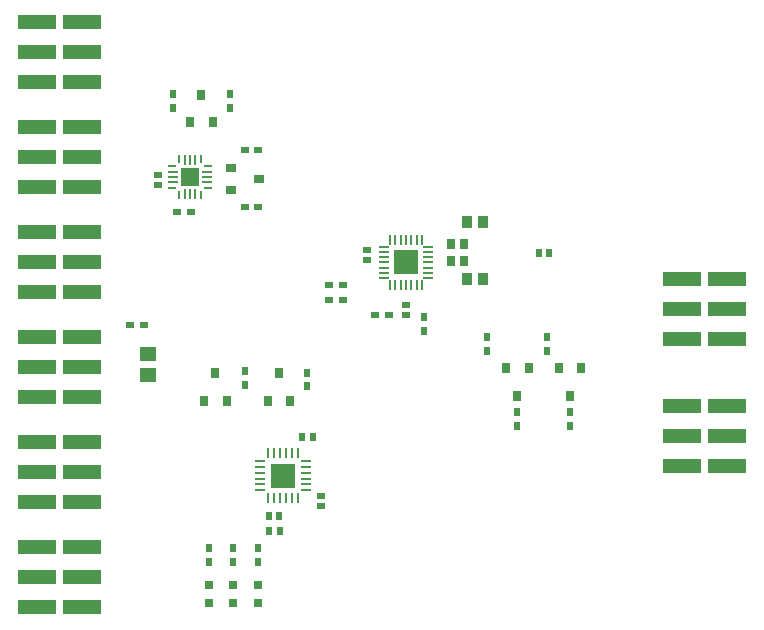
<source format=gtp>
G04 Layer_Color=8421504*
%FSLAX25Y25*%
%MOIN*%
G70*
G01*
G75*
%ADD10O,0.03347X0.00984*%
%ADD11O,0.00984X0.03347*%
%ADD12R,0.07874X0.07874*%
%ADD13R,0.03110X0.03504*%
%ADD14R,0.02362X0.02953*%
%ADD15R,0.02559X0.03740*%
%ADD16R,0.03543X0.03937*%
%ADD17R,0.02520X0.02362*%
%ADD18R,0.02953X0.02362*%
%ADD19R,0.03740X0.02559*%
%ADD20R,0.05315X0.04528*%
%ADD21R,0.02362X0.02520*%
%ADD22R,0.12520X0.05000*%
%ADD23R,0.06102X0.06102*%
%ADD24O,0.02756X0.00984*%
%ADD25O,0.03543X0.00984*%
%ADD26O,0.00984X0.02756*%
%ADD27O,0.00984X0.03543*%
%ADD28R,0.03150X0.03150*%
D10*
X93921Y56394D02*
D03*
Y54425D02*
D03*
Y52457D02*
D03*
Y50488D02*
D03*
Y48520D02*
D03*
Y46551D02*
D03*
X109079D02*
D03*
Y48520D02*
D03*
Y50488D02*
D03*
Y52457D02*
D03*
Y54425D02*
D03*
Y56394D02*
D03*
X149980Y117185D02*
D03*
Y118957D02*
D03*
Y120728D02*
D03*
Y122500D02*
D03*
Y124272D02*
D03*
Y126043D02*
D03*
Y127815D02*
D03*
X135020D02*
D03*
Y126043D02*
D03*
Y124272D02*
D03*
Y122500D02*
D03*
Y120728D02*
D03*
Y118957D02*
D03*
Y117185D02*
D03*
D11*
X96579Y43894D02*
D03*
X98547D02*
D03*
X100516D02*
D03*
X102484D02*
D03*
X104453D02*
D03*
X106421D02*
D03*
Y59051D02*
D03*
X104453D02*
D03*
X102484D02*
D03*
X100516D02*
D03*
X98547D02*
D03*
X96579D02*
D03*
X147815Y129980D02*
D03*
X146043D02*
D03*
X144272D02*
D03*
X142500D02*
D03*
X140728D02*
D03*
X138957D02*
D03*
X137185D02*
D03*
Y115020D02*
D03*
X138957D02*
D03*
X140728D02*
D03*
X142500D02*
D03*
X144272D02*
D03*
X146043D02*
D03*
X147815D02*
D03*
D12*
X101500Y51472D02*
D03*
X142500Y122500D02*
D03*
D13*
X157500Y128610D02*
D03*
Y122980D02*
D03*
X161949Y128610D02*
D03*
Y122980D02*
D03*
D14*
X197157Y68154D02*
D03*
Y72681D02*
D03*
X179657Y68154D02*
D03*
Y72681D02*
D03*
X169657Y97681D02*
D03*
Y93154D02*
D03*
X148500Y99736D02*
D03*
Y104264D02*
D03*
X64700Y174036D02*
D03*
Y178564D02*
D03*
X83900Y178564D02*
D03*
Y174036D02*
D03*
X189657Y97681D02*
D03*
Y93154D02*
D03*
X76750Y27311D02*
D03*
Y22783D02*
D03*
X85000Y27311D02*
D03*
Y22783D02*
D03*
X93250D02*
D03*
Y27311D02*
D03*
X89000Y86236D02*
D03*
Y81709D02*
D03*
X109500Y85724D02*
D03*
Y81197D02*
D03*
D15*
X183397Y87209D02*
D03*
X175917D02*
D03*
X179657Y78154D02*
D03*
X70600Y169312D02*
D03*
X78080D02*
D03*
X74340Y178367D02*
D03*
X200897Y87209D02*
D03*
X193417D02*
D03*
X197157Y78154D02*
D03*
X75260Y76472D02*
D03*
X82740D02*
D03*
X79000Y85528D02*
D03*
X96500Y76472D02*
D03*
X103980D02*
D03*
X100240Y85528D02*
D03*
D16*
X168157Y116980D02*
D03*
X162843D02*
D03*
Y135980D02*
D03*
X168157D02*
D03*
D17*
X142500Y108445D02*
D03*
Y104980D02*
D03*
X59700Y151800D02*
D03*
Y148335D02*
D03*
X129600Y126745D02*
D03*
Y123280D02*
D03*
X114200Y44805D02*
D03*
Y41340D02*
D03*
D18*
X136764Y104980D02*
D03*
X132236D02*
D03*
X121500Y114980D02*
D03*
X116972D02*
D03*
X121500Y109980D02*
D03*
X116972D02*
D03*
X88736Y159862D02*
D03*
X93264D02*
D03*
X93264Y140862D02*
D03*
X88736D02*
D03*
X66236Y139362D02*
D03*
X70764D02*
D03*
X50500Y101500D02*
D03*
X55028D02*
D03*
D19*
X84312Y154140D02*
D03*
Y146660D02*
D03*
X93367Y150400D02*
D03*
D20*
X56500Y91945D02*
D03*
Y85055D02*
D03*
D21*
X111365Y64272D02*
D03*
X107900D02*
D03*
X186768Y125500D02*
D03*
X190232D02*
D03*
X100465Y33000D02*
D03*
X97000D02*
D03*
X96768Y37972D02*
D03*
X100232D02*
D03*
D22*
X34500Y62500D02*
D03*
X19500D02*
D03*
X34500Y52500D02*
D03*
X19500D02*
D03*
Y42500D02*
D03*
X34500D02*
D03*
Y27500D02*
D03*
X19500D02*
D03*
X34500Y17500D02*
D03*
X19500D02*
D03*
Y7500D02*
D03*
X34500D02*
D03*
Y167500D02*
D03*
X19500D02*
D03*
X34500Y157500D02*
D03*
X19500D02*
D03*
Y147500D02*
D03*
X34500D02*
D03*
Y202500D02*
D03*
X19500D02*
D03*
X34500Y192500D02*
D03*
X19500D02*
D03*
Y182500D02*
D03*
X34500D02*
D03*
Y132500D02*
D03*
X19500D02*
D03*
X34500Y122500D02*
D03*
X19500D02*
D03*
Y112500D02*
D03*
X34500D02*
D03*
Y97500D02*
D03*
X19500D02*
D03*
X34500Y87500D02*
D03*
X19500D02*
D03*
Y77500D02*
D03*
X34500D02*
D03*
X234500Y54500D02*
D03*
X249500D02*
D03*
X234500Y64500D02*
D03*
X249500D02*
D03*
Y74500D02*
D03*
X234500D02*
D03*
Y97000D02*
D03*
X249500D02*
D03*
X234500Y107000D02*
D03*
X249500D02*
D03*
Y117000D02*
D03*
X234500D02*
D03*
D23*
X70500Y151000D02*
D03*
D24*
X76406Y154543D02*
D03*
Y147457D02*
D03*
X64595D02*
D03*
Y154543D02*
D03*
D25*
X76012Y152772D02*
D03*
Y151000D02*
D03*
Y149228D02*
D03*
X64988D02*
D03*
Y151000D02*
D03*
Y152772D02*
D03*
D26*
X74043Y145095D02*
D03*
X66957D02*
D03*
Y156905D02*
D03*
X74043D02*
D03*
D27*
X72272Y145488D02*
D03*
X70500D02*
D03*
X68728D02*
D03*
Y156512D02*
D03*
X70500D02*
D03*
X72272D02*
D03*
D28*
X76750Y15000D02*
D03*
Y9094D02*
D03*
X85000Y15000D02*
D03*
Y9094D02*
D03*
X93250D02*
D03*
Y15000D02*
D03*
M02*

</source>
